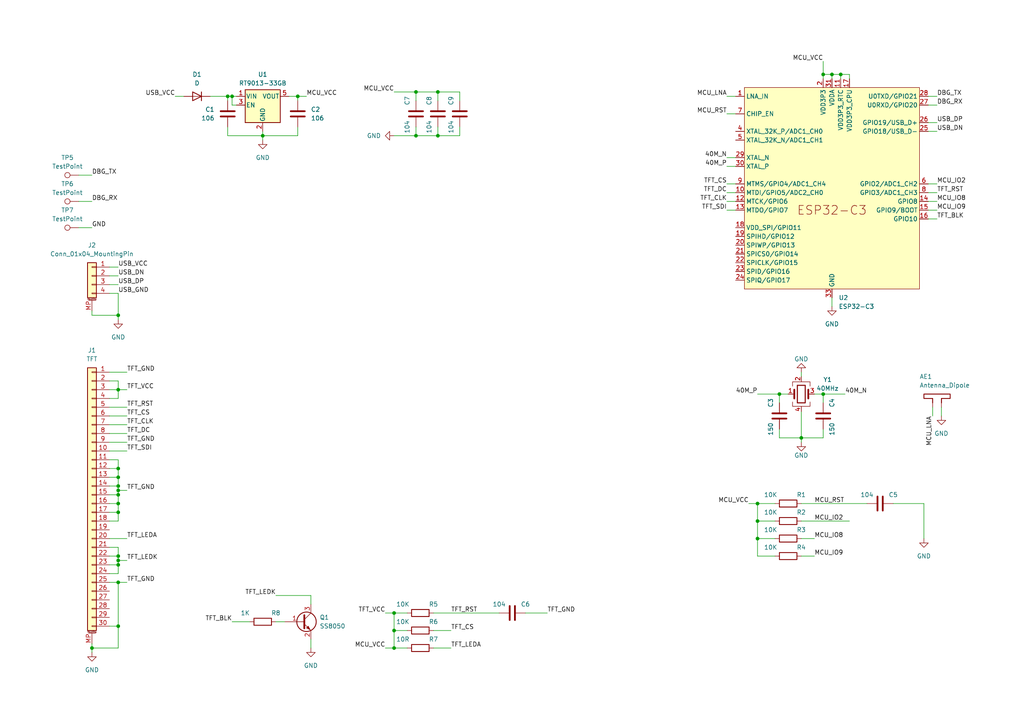
<source format=kicad_sch>
(kicad_sch (version 20230121) (generator eeschema)
  (paper "A4")
  (lib_symbols
    (symbol "Connector:TestPoint" (pin_numbers hide) (pin_names (offset 0.762) hide)
      (property "Reference" "TP" (at 0 6.858 0))
      (property "Value" "TestPoint" (at 0 5.08 0))
      (symbol "TestPoint_0_1"
        (circle (center 0 3.302) (radius 0.762))
      )
      (symbol "TestPoint_1_1"
        (pin passive line (at 0 0 90) (length 2.54) (name "1") (number "1"))
      )
    )
    (symbol "Connector_Generic_MountingPin:Conn_01x04_MountingPin" (pin_names (offset 1.016) hide)
      (property "Reference" "J" (at 0 5.08 0))
      (property "Value" "Conn_01x04_MountingPin" (at 1.27 -7.62 0))
      (symbol "Conn_01x04_MountingPin_1_1"
        (rectangle (start -1.27 -4.953) (end 0 -5.207) (stroke (width 0.1524)))
        (rectangle (start -1.27 -2.413) (end 0 -2.667) (stroke (width 0.1524)))
        (rectangle (start -1.27 0.127) (end 0 -0.127) (stroke (width 0.1524)))
        (rectangle (start -1.27 2.667) (end 0 2.413) (stroke (width 0.1524)))
        (rectangle (start -1.27 3.81) (end 1.27 -6.35) (stroke (width 0.254)) (fill (type background)))
        (polyline (pts (xy -1.016 -7.112) (xy 1.016 -7.112)) (stroke (width 0.1524)))
        (text "Mounting" (at 0 -6.731 0) (effects (font (size 0.381 0.381))))
        (pin passive line (at -5.08 2.54 0) (length 3.81) (name "Pin_1") (number "1"))
        (pin passive line (at -5.08 0 0) (length 3.81) (name "Pin_2") (number "2"))
        (pin passive line (at -5.08 -2.54 0) (length 3.81) (name "Pin_3") (number "3"))
        (pin passive line (at -5.08 -5.08 0) (length 3.81) (name "Pin_4") (number "4"))
        (pin passive line (at 0 -10.16 90) (length 3.048) (name "MountPin") (number "MP"))
      )
    )
    (symbol "Connector_Generic_MountingPin:Conn_01x30_MountingPin" (pin_names (offset 1.016) hide)
      (property "Reference" "J" (at 0 38.1 0))
      (property "Value" "Conn_01x30_MountingPin" (at 1.27 -40.64 0))
      (symbol "Conn_01x30_MountingPin_1_1"
        (rectangle (start -1.27 -37.973) (end 0 -38.227) (stroke (width 0.1524)))
        (rectangle (start -1.27 -35.433) (end 0 -35.687) (stroke (width 0.1524)))
        (rectangle (start -1.27 -32.893) (end 0 -33.147) (stroke (width 0.1524)))
        (rectangle (start -1.27 -30.353) (end 0 -30.607) (stroke (width 0.1524)))
        (rectangle (start -1.27 -27.813) (end 0 -28.067) (stroke (width 0.1524)))
        (rectangle (start -1.27 -25.273) (end 0 -25.527) (stroke (width 0.1524)))
        (rectangle (start -1.27 -22.733) (end 0 -22.987) (stroke (width 0.1524)))
        (rectangle (start -1.27 -20.193) (end 0 -20.447) (stroke (width 0.1524)))
        (rectangle (start -1.27 -17.653) (end 0 -17.907) (stroke (width 0.1524)))
        (rectangle (start -1.27 -15.113) (end 0 -15.367) (stroke (width 0.1524)))
        (rectangle (start -1.27 -12.573) (end 0 -12.827) (stroke (width 0.1524)))
        (rectangle (start -1.27 -10.033) (end 0 -10.287) (stroke (width 0.1524)))
        (rectangle (start -1.27 -7.493) (end 0 -7.747) (stroke (width 0.1524)))
        (rectangle (start -1.27 -4.953) (end 0 -5.207) (stroke (width 0.1524)))
        (rectangle (start -1.27 -2.413) (end 0 -2.667) (stroke (width 0.1524)))
        (rectangle (start -1.27 0.127) (end 0 -0.127) (stroke (width 0.1524)))
        (rectangle (start -1.27 2.667) (end 0 2.413) (stroke (width 0.1524)))
        (rectangle (start -1.27 5.207) (end 0 4.953) (stroke (width 0.1524)))
        (rectangle (start -1.27 7.747) (end 0 7.493) (stroke (width 0.1524)))
        (rectangle (start -1.27 10.287) (end 0 10.033) (stroke (width 0.1524)))
        (rectangle (start -1.27 12.827) (end 0 12.573) (stroke (width 0.1524)))
        (rectangle (start -1.27 15.367) (end 0 15.113) (stroke (width 0.1524)))
        (rectangle (start -1.27 17.907) (end 0 17.653) (stroke (width 0.1524)))
        (rectangle (start -1.27 20.447) (end 0 20.193) (stroke (width 0.1524)))
        (rectangle (start -1.27 22.987) (end 0 22.733) (stroke (width 0.1524)))
        (rectangle (start -1.27 25.527) (end 0 25.273) (stroke (width 0.1524)))
        (rectangle (start -1.27 28.067) (end 0 27.813) (stroke (width 0.1524)))
        (rectangle (start -1.27 30.607) (end 0 30.353) (stroke (width 0.1524)))
        (rectangle (start -1.27 33.147) (end 0 32.893) (stroke (width 0.1524)))
        (rectangle (start -1.27 35.687) (end 0 35.433) (stroke (width 0.1524)))
        (rectangle (start -1.27 36.83) (end 1.27 -39.37) (stroke (width 0.254)) (fill (type background)))
        (polyline (pts (xy -1.016 -40.132) (xy 1.016 -40.132)) (stroke (width 0.1524)))
        (text "Mounting" (at 0 -39.751 0) (effects (font (size 0.381 0.381))))
        (pin passive line (at -5.08 35.56 0) (length 3.81) (name "Pin_1") (number "1"))
        (pin passive line (at -5.08 12.7 0) (length 3.81) (name "Pin_10") (number "10"))
        (pin passive line (at -5.08 10.16 0) (length 3.81) (name "Pin_11") (number "11"))
        (pin passive line (at -5.08 7.62 0) (length 3.81) (name "Pin_12") (number "12"))
        (pin passive line (at -5.08 5.08 0) (length 3.81) (name "Pin_13") (number "13"))
        (pin passive line (at -5.08 2.54 0) (length 3.81) (name "Pin_14") (number "14"))
        (pin passive line (at -5.08 0 0) (length 3.81) (name "Pin_15") (number "15"))
        (pin passive line (at -5.08 -2.54 0) (length 3.81) (name "Pin_16") (number "16"))
        (pin passive line (at -5.08 -5.08 0) (length 3.81) (name "Pin_17") (number "17"))
        (pin passive line (at -5.08 -7.62 0) (length 3.81) (name "Pin_18") (number "18"))
        (pin passive line (at -5.08 -10.16 0) (length 3.81) (name "Pin_19") (number "19"))
        (pin passive line (at -5.08 33.02 0) (length 3.81) (name "Pin_2") (number "2"))
        (pin passive line (at -5.08 -12.7 0) (length 3.81) (name "Pin_20") (number "20"))
        (pin passive line (at -5.08 -15.24 0) (length 3.81) (name "Pin_21") (number "21"))
        (pin passive line (at -5.08 -17.78 0) (length 3.81) (name "Pin_22") (number "22"))
        (pin passive line (at -5.08 -20.32 0) (length 3.81) (name "Pin_23") (number "23"))
        (pin passive line (at -5.08 -22.86 0) (length 3.81) (name "Pin_24") (number "24"))
        (pin passive line (at -5.08 -25.4 0) (length 3.81) (name "Pin_25") (number "25"))
        (pin passive line (at -5.08 -27.94 0) (length 3.81) (name "Pin_26") (number "26"))
        (pin passive line (at -5.08 -30.48 0) (length 3.81) (name "Pin_27") (number "27"))
        (pin passive line (at -5.08 -33.02 0) (length 3.81) (name "Pin_28") (number "28"))
        (pin passive line (at -5.08 -35.56 0) (length 3.81) (name "Pin_29") (number "29"))
        (pin passive line (at -5.08 30.48 0) (length 3.81) (name "Pin_3") (number "3"))
        (pin passive line (at -5.08 -38.1 0) (length 3.81) (name "Pin_30") (number "30"))
        (pin passive line (at -5.08 27.94 0) (length 3.81) (name "Pin_4") (number "4"))
        (pin passive line (at -5.08 25.4 0) (length 3.81) (name "Pin_5") (number "5"))
        (pin passive line (at -5.08 22.86 0) (length 3.81) (name "Pin_6") (number "6"))
        (pin passive line (at -5.08 20.32 0) (length 3.81) (name "Pin_7") (number "7"))
        (pin passive line (at -5.08 17.78 0) (length 3.81) (name "Pin_8") (number "8"))
        (pin passive line (at -5.08 15.24 0) (length 3.81) (name "Pin_9") (number "9"))
        (pin passive line (at 0 -43.18 90) (length 3.048) (name "MountPin") (number "MP"))
      )
    )
    (symbol "Device:Antenna_Dipole" (pin_numbers hide) (pin_names (offset 1.016) hide)
      (property "Reference" "AE" (at 1.27 1.27 0))
      (property "Value" "Antenna_Dipole" (at 1.27 0 0))
      (symbol "Antenna_Dipole_0_1"
        (polyline (pts (xy 2.54 -3.81) (xy 2.54 -2.54) (xy 5.08 -2.54) (xy 5.08 -1.27) (xy -2.54 -1.27) (xy -2.54 -2.54) (xy 0 -2.54) (xy 0 -3.81)) (stroke (width 0.254)))
      )
      (symbol "Antenna_Dipole_1_1"
        (pin input line (at 0 -5.08 90) (length 2.54) (name "~") (number "1"))
        (pin input line (at 2.54 -5.08 90) (length 2.54) (name "~") (number "2"))
      )
    )
    (symbol "Device:C" (pin_numbers hide) (pin_names (offset 0.254))
      (property "Reference" "C" (at 0.635 2.54 0))
      (property "Value" "C" (at 0.635 -2.54 0))
      (symbol "C_0_1"
        (polyline (pts (xy -2.032 -0.762) (xy 2.032 -0.762)) (stroke (width 0.508)))
        (polyline (pts (xy -2.032 0.762) (xy 2.032 0.762)) (stroke (width 0.508)))
      )
      (symbol "C_1_1"
        (pin passive line (at 0 3.81 270) (length 2.794) (name "~") (number "1"))
        (pin passive line (at 0 -3.81 90) (length 2.794) (name "~") (number "2"))
      )
    )
    (symbol "Device:Crystal_GND24" (pin_names (offset 1.016) hide)
      (property "Reference" "Y" (at 3.175 5.08 0))
      (property "Value" "Crystal_GND24" (at 3.175 3.175 0))
      (symbol "Crystal_GND24_0_1"
        (rectangle (start -1.143 2.54) (end 1.143 -2.54) (stroke (width 0.3048)))
        (polyline (pts (xy -2.54 0) (xy -2.032 0)))
        (polyline (pts (xy -2.032 -1.27) (xy -2.032 1.27)) (stroke (width 0.508)))
        (polyline (pts (xy 0 -3.81) (xy 0 -3.556)))
        (polyline (pts (xy 0 3.556) (xy 0 3.81)))
        (polyline (pts (xy 2.032 -1.27) (xy 2.032 1.27)) (stroke (width 0.508)))
        (polyline (pts (xy 2.032 0) (xy 2.54 0)))
        (polyline (pts (xy -2.54 -2.286) (xy -2.54 -3.556) (xy 2.54 -3.556) (xy 2.54 -2.286)))
        (polyline (pts (xy -2.54 2.286) (xy -2.54 3.556) (xy 2.54 3.556) (xy 2.54 2.286)))
      )
      (symbol "Crystal_GND24_1_1"
        (pin passive line (at -3.81 0 0) (length 1.27) (name "1") (number "1"))
        (pin passive line (at 0 5.08 270) (length 1.27) (name "2") (number "2"))
        (pin passive line (at 3.81 0 180) (length 1.27) (name "3") (number "3"))
        (pin passive line (at 0 -5.08 90) (length 1.27) (name "4") (number "4"))
      )
    )
    (symbol "Device:D" (pin_numbers hide) (pin_names (offset 1.016) hide)
      (property "Reference" "D" (at 0 2.54 0))
      (property "Value" "D" (at 0 -2.54 0))
      (symbol "D_0_1"
        (polyline (pts (xy -1.27 1.27) (xy -1.27 -1.27)) (stroke (width 0.254)))
        (polyline (pts (xy 1.27 0) (xy -1.27 0)))
        (polyline (pts (xy 1.27 1.27) (xy 1.27 -1.27) (xy -1.27 0) (xy 1.27 1.27)) (stroke (width 0.254)))
      )
      (symbol "D_1_1"
        (pin passive line (at -3.81 0 0) (length 2.54) (name "K") (number "1"))
        (pin passive line (at 3.81 0 180) (length 2.54) (name "A") (number "2"))
      )
    )
    (symbol "Device:Q_NPN_BEC" (pin_names (offset 0) hide)
      (property "Reference" "Q" (at 5.08 1.27 0))
      (property "Value" "Q_NPN_BEC" (at 5.08 -1.27 0))
      (symbol "Q_NPN_BEC_0_1"
        (polyline (pts (xy 0.635 0.635) (xy 2.54 2.54)))
        (polyline (pts (xy 0.635 -0.635) (xy 2.54 -2.54) (xy 2.54 -2.54)))
        (polyline (pts (xy 0.635 1.905) (xy 0.635 -1.905) (xy 0.635 -1.905)) (stroke (width 0.508)))
        (polyline (pts (xy 1.27 -1.778) (xy 1.778 -1.27) (xy 2.286 -2.286) (xy 1.27 -1.778) (xy 1.27 -1.778)) (fill (type outline)))
        (circle (center 1.27 0) (radius 2.8194) (stroke (width 0.254)))
      )
      (symbol "Q_NPN_BEC_1_1"
        (pin input line (at -5.08 0 0) (length 5.715) (name "B") (number "1"))
        (pin passive line (at 2.54 -5.08 90) (length 2.54) (name "E") (number "2"))
        (pin passive line (at 2.54 5.08 270) (length 2.54) (name "C") (number "3"))
      )
    )
    (symbol "Device:R" (pin_numbers hide) (pin_names (offset 0))
      (property "Reference" "R" (at 2.032 0 90))
      (property "Value" "R" (at 0 0 90))
      (symbol "R_0_1"
        (rectangle (start -1.016 -2.54) (end 1.016 2.54) (stroke (width 0.254)))
      )
      (symbol "R_1_1"
        (pin passive line (at 0 3.81 270) (length 1.27) (name "~") (number "1"))
        (pin passive line (at 0 -3.81 90) (length 1.27) (name "~") (number "2"))
      )
    )
    (symbol "PCM_Espressif:ESP32-C3"
      (property "Reference" "U" (at -25.4 35.56 0))
      (property "Value" "ESP32-C3" (at -25.4 33.02 0))
      (symbol "ESP32-C3_0_0"
        (text "ESP32-C3" (at 0 -5.08 0) (effects (font (size 2.54 2.54))))
        (pin bidirectional line (at -27.94 27.94 0) (length 2.54) (name "LNA_IN") (number "1"))
        (pin bidirectional line (at -27.94 0 0) (length 2.54) (name "MTDI/GPIO5/ADC2_CH0") (number "10"))
        (pin power_in line (at 2.54 33.02 270) (length 2.54) (name "VDD3P3_RTC") (number "11"))
        (pin bidirectional line (at -27.94 -2.54 0) (length 2.54) (name "MTCK/GPIO6") (number "12"))
        (pin bidirectional line (at -27.94 -5.08 0) (length 2.54) (name "MTDO/GPIO7") (number "13"))
        (pin bidirectional line (at 27.94 -2.54 180) (length 2.54) (name "GPIO8") (number "14"))
        (pin bidirectional line (at 27.94 -5.08 180) (length 2.54) (name "GPIO9/BOOT") (number "15"))
        (pin bidirectional line (at 27.94 -7.62 180) (length 2.54) (name "GPIO10") (number "16"))
        (pin power_in line (at 5.08 33.02 270) (length 2.54) (name "VDD3P3_CPU") (number "17"))
        (pin bidirectional line (at -27.94 -10.16 0) (length 2.54) (name "VDD_SPI/GPIO11") (number "18"))
        (pin bidirectional line (at -27.94 -12.7 0) (length 2.54) (name "SPIHD/GPIO12") (number "19"))
        (pin power_in line (at -2.54 33.02 270) (length 2.54) (name "VDD3P3") (number "2"))
        (pin bidirectional line (at -27.94 -15.24 0) (length 2.54) (name "SPIWP/GPIO13") (number "20"))
        (pin bidirectional line (at -27.94 -17.78 0) (length 2.54) (name "SPICS0/GPIO14") (number "21"))
        (pin bidirectional line (at -27.94 -20.32 0) (length 2.54) (name "SPICLK/GPIO15") (number "22"))
        (pin bidirectional line (at -27.94 -22.86 0) (length 2.54) (name "SPID/GPIO16") (number "23"))
        (pin bidirectional line (at -27.94 -25.4 0) (length 2.54) (name "SPIQ/GPIO17") (number "24"))
        (pin bidirectional line (at 27.94 17.78 180) (length 2.54) (name "GPIO18/USB_D-") (number "25"))
        (pin bidirectional line (at 27.94 20.32 180) (length 2.54) (name "GPIO19/USB_D+") (number "26"))
        (pin bidirectional line (at 27.94 25.4 180) (length 2.54) (name "U0RXD/GPIO20") (number "27"))
        (pin bidirectional line (at 27.94 27.94 180) (length 2.54) (name "U0TXD/GPIO21") (number "28"))
        (pin output line (at -27.94 10.16 0) (length 2.54) (name "XTAL_N") (number "29"))
        (pin input line (at -27.94 7.62 0) (length 2.54) (name "XTAL_P") (number "30"))
        (pin power_in line (at 0 33.02 270) (length 2.54) (name "VDDA") (number "31"))
        (pin power_in line (at 0 -30.48 90) (length 2.54) (name "GND") (number "33"))
        (pin output line (at -27.94 17.78 0) (length 2.54) (name "XTAL_32K_P/ADC1_CH0") (number "4"))
        (pin input line (at -27.94 15.24 0) (length 2.54) (name "XTAL_32K_N/ADC1_CH1") (number "5"))
        (pin bidirectional line (at 27.94 2.54 180) (length 2.54) (name "GPIO2/ADC1_CH2") (number "6"))
        (pin input line (at -27.94 22.86 0) (length 2.54) (name "CHIP_EN") (number "7"))
        (pin bidirectional line (at 27.94 0 180) (length 2.54) (name "GPIO3/ADC1_CH3") (number "8"))
        (pin bidirectional line (at -27.94 2.54 0) (length 2.54) (name "MTMS/GPIO4/ADC1_CH4") (number "9"))
      )
      (symbol "ESP32-C3_0_1"
        (rectangle (start -25.4 30.48) (end 25.4 -27.94) (fill (type background)))
        (pin passive line (at -2.54 33.02 270) (length 2.54) hide (name "VDD3P3") (number "3"))
        (pin passive line (at 0 33.02 270) (length 2.54) hide (name "VDDA") (number "32"))
      )
    )
    (symbol "Regulator_Linear:AP2112K-3.3" (pin_names (offset 0.254))
      (property "Reference" "U" (at -5.08 5.715 0))
      (property "Value" "AP2112K-3.3" (at 0 5.715 0))
      (symbol "AP2112K-3.3_0_1"
        (rectangle (start -5.08 4.445) (end 5.08 -5.08) (stroke (width 0.254)) (fill (type background)))
      )
      (symbol "AP2112K-3.3_1_1"
        (pin power_in line (at -7.62 2.54 0) (length 2.54) (name "VIN") (number "1"))
        (pin power_in line (at 0 -7.62 90) (length 2.54) (name "GND") (number "2"))
        (pin input line (at -7.62 0 0) (length 2.54) (name "EN") (number "3"))
        (pin no_connect line (at 5.08 0 180) (length 2.54) hide (name "NC") (number "4"))
        (pin power_out line (at 7.62 2.54 180) (length 2.54) (name "VOUT") (number "5"))
      )
    )
    (symbol "power:GND" (power) (pin_names (offset 0))
      (property "Value" "GND" (at 0 -3.81 0))
      (symbol "GND_0_1"
        (polyline (pts (xy 0 0) (xy 0 -1.27) (xy 1.27 -1.27) (xy 0 -2.54) (xy -1.27 -1.27) (xy 0 -1.27)))
      )
      (symbol "GND_1_1"
        (pin power_in line (at 0 0 270) (length 0) hide (name "GND") (number "1"))
      )
    )
  )
  (junction (at 219.71 156.21))
  (junction (at 114.3 182.88))
  (junction (at 243.84 21.59))
  (junction (at 34.29 91.44))
  (junction (at 219.71 151.13))
  (junction (at 34.29 135.89))
  (junction (at 114.3 177.8))
  (junction (at 219.71 146.05))
  (junction (at 34.29 162.56))
  (junction (at 34.29 138.43))
  (junction (at 76.2 39.37))
  (junction (at 127 26.67))
  (junction (at 120.65 39.37))
  (junction (at 34.29 113.03))
  (junction (at 66.04 27.94))
  (junction (at 34.29 163.83))
  (junction (at 26.67 187.96))
  (junction (at 67.31 27.94))
  (junction (at 34.29 181.61))
  (junction (at 86.36 27.94))
  (junction (at 34.29 161.29))
  (junction (at 34.29 140.97))
  (junction (at 238.76 114.3))
  (junction (at 226.06 114.3))
  (junction (at 34.29 168.91))
  (junction (at 238.76 21.59))
  (junction (at 127 39.37))
  (junction (at 232.41 127))
  (junction (at 120.65 26.67))
  (junction (at 34.29 143.51))
  (junction (at 241.3 21.59))
  (junction (at 34.29 142.24))
  (junction (at 114.3 187.96))
  (junction (at 34.29 146.05))
  (junction (at 34.29 148.59))
  (wire (pts (xy 66.04 27.94) (xy 67.31 27.94)))
  (wire (pts (xy 114.3 177.8) (xy 114.3 182.88)))
  (wire (pts (xy 127 29.21) (xy 127 26.67)))
  (wire (pts (xy 269.24 63.5) (xy 271.78 63.5)))
  (wire (pts (xy 68.58 30.48) (xy 67.31 30.48)))
  (wire (pts (xy 243.84 21.59) (xy 246.38 21.59)))
  (wire (pts (xy 226.06 127) (xy 232.41 127)))
  (wire (pts (xy 152.4 177.8) (xy 158.75 177.8)))
  (wire (pts (xy 238.76 114.3) (xy 238.76 116.84)))
  (wire (pts (xy 125.73 182.88) (xy 130.81 182.88)))
  (wire (pts (xy 31.75 133.35) (xy 34.29 133.35)))
  (wire (pts (xy 219.71 146.05) (xy 224.79 146.05)))
  (wire (pts (xy 269.24 38.1) (xy 271.78 38.1)))
  (wire (pts (xy 26.67 90.17) (xy 26.67 91.44)))
  (wire (pts (xy 34.29 142.24) (xy 36.83 142.24)))
  (wire (pts (xy 111.76 177.8) (xy 114.3 177.8)))
  (wire (pts (xy 34.29 168.91) (xy 34.29 181.61)))
  (wire (pts (xy 34.29 146.05) (xy 34.29 148.59)))
  (wire (pts (xy 31.75 148.59) (xy 34.29 148.59)))
  (wire (pts (xy 127 39.37) (xy 133.35 39.37)))
  (wire (pts (xy 232.41 161.29) (xy 236.22 161.29)))
  (wire (pts (xy 26.67 187.96) (xy 26.67 189.23)))
  (wire (pts (xy 66.04 27.94) (xy 66.04 29.21)))
  (wire (pts (xy 114.3 187.96) (xy 118.11 187.96)))
  (wire (pts (xy 219.71 146.05) (xy 219.71 151.13)))
  (wire (pts (xy 31.75 161.29) (xy 34.29 161.29)))
  (wire (pts (xy 269.24 35.56) (xy 271.78 35.56)))
  (wire (pts (xy 31.75 168.91) (xy 34.29 168.91)))
  (wire (pts (xy 34.29 142.24) (xy 34.29 143.51)))
  (wire (pts (xy 31.75 77.47) (xy 34.29 77.47)))
  (wire (pts (xy 34.29 85.09) (xy 34.29 91.44)))
  (wire (pts (xy 31.75 82.55) (xy 34.29 82.55)))
  (wire (pts (xy 34.29 162.56) (xy 34.29 163.83)))
  (wire (pts (xy 210.82 60.96) (xy 213.36 60.96)))
  (wire (pts (xy 241.3 21.59) (xy 243.84 21.59)))
  (wire (pts (xy 34.29 133.35) (xy 34.29 135.89)))
  (wire (pts (xy 238.76 21.59) (xy 241.3 21.59)))
  (wire (pts (xy 31.75 166.37) (xy 34.29 166.37)))
  (wire (pts (xy 219.71 156.21) (xy 224.79 156.21)))
  (wire (pts (xy 22.86 58.42) (xy 26.67 58.42)))
  (wire (pts (xy 238.76 114.3) (xy 245.11 114.3)))
  (wire (pts (xy 127 39.37) (xy 120.65 39.37)))
  (wire (pts (xy 31.75 143.51) (xy 34.29 143.51)))
  (wire (pts (xy 31.75 85.09) (xy 34.29 85.09)))
  (wire (pts (xy 34.29 138.43) (xy 34.29 140.97)))
  (wire (pts (xy 127 36.83) (xy 127 39.37)))
  (wire (pts (xy 76.2 39.37) (xy 76.2 38.1)))
  (wire (pts (xy 67.31 27.94) (xy 67.31 30.48)))
  (wire (pts (xy 241.3 86.36) (xy 241.3 88.9)))
  (wire (pts (xy 60.96 27.94) (xy 66.04 27.94)))
  (wire (pts (xy 269.24 53.34) (xy 271.78 53.34)))
  (wire (pts (xy 232.41 127) (xy 232.41 128.27)))
  (wire (pts (xy 86.36 27.94) (xy 88.9 27.94)))
  (wire (pts (xy 22.86 66.04) (xy 26.67 66.04)))
  (wire (pts (xy 31.75 146.05) (xy 34.29 146.05)))
  (wire (pts (xy 269.24 30.48) (xy 271.78 30.48)))
  (wire (pts (xy 50.8 27.94) (xy 53.34 27.94)))
  (wire (pts (xy 232.41 146.05) (xy 251.46 146.05)))
  (wire (pts (xy 34.29 161.29) (xy 34.29 162.56)))
  (wire (pts (xy 125.73 177.8) (xy 144.78 177.8)))
  (wire (pts (xy 80.01 172.72) (xy 90.17 172.72)))
  (wire (pts (xy 66.04 36.83) (xy 66.04 39.37)))
  (wire (pts (xy 31.75 130.81) (xy 36.83 130.81)))
  (wire (pts (xy 34.29 163.83) (xy 34.29 166.37)))
  (wire (pts (xy 34.29 110.49) (xy 34.29 113.03)))
  (wire (pts (xy 219.71 161.29) (xy 224.79 161.29)))
  (wire (pts (xy 76.2 39.37) (xy 76.2 40.64)))
  (wire (pts (xy 34.29 168.91) (xy 36.83 168.91)))
  (wire (pts (xy 267.97 146.05) (xy 267.97 156.21)))
  (wire (pts (xy 210.82 27.94) (xy 213.36 27.94)))
  (wire (pts (xy 90.17 172.72) (xy 90.17 175.26)))
  (wire (pts (xy 114.3 26.67) (xy 120.65 26.67)))
  (wire (pts (xy 114.3 182.88) (xy 114.3 187.96)))
  (wire (pts (xy 34.29 91.44) (xy 34.29 92.71)))
  (wire (pts (xy 86.36 27.94) (xy 86.36 29.21)))
  (wire (pts (xy 238.76 22.86) (xy 238.76 21.59)))
  (wire (pts (xy 127 26.67) (xy 120.65 26.67)))
  (wire (pts (xy 243.84 21.59) (xy 243.84 22.86)))
  (wire (pts (xy 232.41 127) (xy 238.76 127)))
  (wire (pts (xy 31.75 140.97) (xy 34.29 140.97)))
  (wire (pts (xy 34.29 140.97) (xy 34.29 142.24)))
  (wire (pts (xy 273.05 118.11) (xy 273.05 120.65)))
  (wire (pts (xy 217.17 146.05) (xy 219.71 146.05)))
  (wire (pts (xy 67.31 27.94) (xy 68.58 27.94)))
  (wire (pts (xy 120.65 26.67) (xy 120.65 29.21)))
  (wire (pts (xy 232.41 151.13) (xy 246.38 151.13)))
  (wire (pts (xy 86.36 39.37) (xy 86.36 36.83)))
  (wire (pts (xy 34.29 158.75) (xy 34.29 161.29)))
  (wire (pts (xy 269.24 60.96) (xy 271.78 60.96)))
  (wire (pts (xy 34.29 151.13) (xy 31.75 151.13)))
  (wire (pts (xy 269.24 58.42) (xy 271.78 58.42)))
  (wire (pts (xy 31.75 156.21) (xy 36.83 156.21)))
  (wire (pts (xy 219.71 151.13) (xy 224.79 151.13)))
  (wire (pts (xy 26.67 91.44) (xy 34.29 91.44)))
  (wire (pts (xy 259.08 146.05) (xy 267.97 146.05)))
  (wire (pts (xy 31.75 123.19) (xy 36.83 123.19)))
  (wire (pts (xy 232.41 119.38) (xy 232.41 127)))
  (wire (pts (xy 31.75 120.65) (xy 36.83 120.65)))
  (wire (pts (xy 232.41 107.95) (xy 232.41 109.22)))
  (wire (pts (xy 34.29 113.03) (xy 34.29 115.57)))
  (wire (pts (xy 83.82 27.94) (xy 86.36 27.94)))
  (wire (pts (xy 34.29 181.61) (xy 31.75 181.61)))
  (wire (pts (xy 219.71 151.13) (xy 219.71 156.21)))
  (wire (pts (xy 31.75 115.57) (xy 34.29 115.57)))
  (wire (pts (xy 127 26.67) (xy 133.35 26.67)))
  (wire (pts (xy 34.29 187.96) (xy 34.29 181.61)))
  (wire (pts (xy 31.75 135.89) (xy 34.29 135.89)))
  (wire (pts (xy 226.06 114.3) (xy 226.06 116.84)))
  (wire (pts (xy 34.29 143.51) (xy 34.29 146.05)))
  (wire (pts (xy 31.75 80.01) (xy 34.29 80.01)))
  (wire (pts (xy 114.3 177.8) (xy 118.11 177.8)))
  (wire (pts (xy 269.24 27.94) (xy 271.78 27.94)))
  (wire (pts (xy 22.86 50.8) (xy 26.67 50.8)))
  (wire (pts (xy 111.76 187.96) (xy 114.3 187.96)))
  (wire (pts (xy 26.67 187.96) (xy 34.29 187.96)))
  (wire (pts (xy 114.3 182.88) (xy 118.11 182.88)))
  (wire (pts (xy 125.73 187.96) (xy 130.81 187.96)))
  (wire (pts (xy 120.65 36.83) (xy 120.65 39.37)))
  (wire (pts (xy 210.82 58.42) (xy 213.36 58.42)))
  (wire (pts (xy 246.38 21.59) (xy 246.38 22.86)))
  (wire (pts (xy 210.82 45.72) (xy 213.36 45.72)))
  (wire (pts (xy 269.24 55.88) (xy 271.78 55.88)))
  (wire (pts (xy 270.51 118.11) (xy 270.51 120.65)))
  (wire (pts (xy 31.75 128.27) (xy 36.83 128.27)))
  (wire (pts (xy 133.35 26.67) (xy 133.35 29.21)))
  (wire (pts (xy 226.06 124.46) (xy 226.06 127)))
  (wire (pts (xy 210.82 48.26) (xy 213.36 48.26)))
  (wire (pts (xy 34.29 113.03) (xy 36.83 113.03)))
  (wire (pts (xy 76.2 39.37) (xy 86.36 39.37)))
  (wire (pts (xy 31.75 158.75) (xy 34.29 158.75)))
  (wire (pts (xy 241.3 21.59) (xy 241.3 22.86)))
  (wire (pts (xy 31.75 138.43) (xy 34.29 138.43)))
  (wire (pts (xy 31.75 118.11) (xy 36.83 118.11)))
  (wire (pts (xy 238.76 127) (xy 238.76 124.46)))
  (wire (pts (xy 228.6 114.3) (xy 226.06 114.3)))
  (wire (pts (xy 31.75 163.83) (xy 34.29 163.83)))
  (wire (pts (xy 80.01 180.34) (xy 82.55 180.34)))
  (wire (pts (xy 219.71 114.3) (xy 226.06 114.3)))
  (wire (pts (xy 232.41 156.21) (xy 236.22 156.21)))
  (wire (pts (xy 66.04 39.37) (xy 76.2 39.37)))
  (wire (pts (xy 133.35 39.37) (xy 133.35 36.83)))
  (wire (pts (xy 31.75 125.73) (xy 36.83 125.73)))
  (wire (pts (xy 236.22 114.3) (xy 238.76 114.3)))
  (wire (pts (xy 34.29 135.89) (xy 34.29 138.43)))
  (wire (pts (xy 31.75 107.95) (xy 36.83 107.95)))
  (wire (pts (xy 26.67 186.69) (xy 26.67 187.96)))
  (wire (pts (xy 210.82 53.34) (xy 213.36 53.34)))
  (wire (pts (xy 238.76 17.78) (xy 238.76 21.59)))
  (wire (pts (xy 210.82 55.88) (xy 213.36 55.88)))
  (wire (pts (xy 90.17 187.96) (xy 90.17 185.42)))
  (wire (pts (xy 34.29 148.59) (xy 34.29 151.13)))
  (wire (pts (xy 67.31 180.34) (xy 72.39 180.34)))
  (wire (pts (xy 210.82 33.02) (xy 213.36 33.02)))
  (wire (pts (xy 34.29 162.56) (xy 36.83 162.56)))
  (wire (pts (xy 219.71 156.21) (xy 219.71 161.29)))
  (wire (pts (xy 114.3 39.37) (xy 120.65 39.37)))
  (wire (pts (xy 31.75 113.03) (xy 34.29 113.03)))
  (wire (pts (xy 31.75 110.49) (xy 34.29 110.49)))
  (label "TFT_LEDA" (at 36.83 156.21 0))
  (label "TFT_CS" (at 130.81 182.88 0))
  (label "MCU_VCC" (at 217.17 146.05 180))
  (label "TFT_CS" (at 36.83 120.65 0))
  (label "USB_VCC" (at 34.29 77.47 0))
  (label "TFT_RST" (at 36.83 118.11 0))
  (label "TFT_RST" (at 271.78 55.88 0))
  (label "DBG_TX" (at 26.67 50.8 0))
  (label "TFT_GND" (at 36.83 168.91 0))
  (label "TFT_RST" (at 130.81 177.8 0))
  (label "TFT_SDI" (at 36.83 130.81 0))
  (label "USB_DN" (at 271.78 38.1 0))
  (label "TFT_GND" (at 36.83 107.95 0))
  (label "TFT_GND" (at 158.75 177.8 0))
  (label "MCU_RST" (at 210.82 33.02 180))
  (label "40M_N" (at 245.11 114.3 0))
  (label "TFT_DC" (at 210.82 55.88 180))
  (label "MCU_LNA" (at 270.51 120.65 270))
  (label "TFT_GND" (at 36.83 142.24 0))
  (label "MCU_IO8" (at 236.22 156.21 0))
  (label "MCU_IO9" (at 236.22 161.29 0))
  (label "MCU_RST" (at 236.22 146.05 0))
  (label "TFT_LEDA" (at 130.81 187.96 0))
  (label "MCU_LNA" (at 210.82 27.94 180))
  (label "TFT_LEDK" (at 36.83 162.56 0))
  (label "TFT_CLK" (at 210.82 58.42 180))
  (label "TFT_CS" (at 210.82 53.34 180))
  (label "MCU_VCC" (at 238.76 17.78 180))
  (label "USB_DP" (at 34.29 82.55 0))
  (label "TFT_BLK" (at 67.31 180.34 180))
  (label "MCU_IO2" (at 236.22 151.13 0))
  (label "TFT_DC" (at 36.83 125.73 0))
  (label "USB_DN" (at 34.29 80.01 0))
  (label "TFT_BLK" (at 271.78 63.5 0))
  (label "40M_P" (at 210.82 48.26 180))
  (label "GND" (at 26.67 66.04 0))
  (label "TFT_SDI" (at 210.82 60.96 180))
  (label "USB_VCC" (at 50.8 27.94 180))
  (label "DBG_RX" (at 26.67 58.42 0))
  (label "USB_GND" (at 34.29 85.09 0))
  (label "TFT_VCC" (at 111.76 177.8 180))
  (label "MCU_VCC" (at 88.9 27.94 0))
  (label "DBG_RX" (at 271.78 30.48 0))
  (label "USB_DP" (at 271.78 35.56 0))
  (label "40M_N" (at 210.82 45.72 180))
  (label "MCU_VCC" (at 111.76 187.96 180))
  (label "TFT_GND" (at 36.83 128.27 0))
  (label "MCU_VCC" (at 114.3 26.67 180))
  (label "MCU_IO2" (at 271.78 53.34 0))
  (label "TFT_CLK" (at 36.83 123.19 0))
  (label "40M_P" (at 219.71 114.3 180))
  (label "TFT_VCC" (at 36.83 113.03 0))
  (label "DBG_TX" (at 271.78 27.94 0))
  (label "TFT_LEDK" (at 80.01 172.72 180))
  (label "MCU_IO8" (at 271.78 58.42 0))
  (label "MCU_IO9" (at 271.78 60.96 0))
  (symbol (lib_id "Device:C") (at 86.36 33.02 0) (mirror y) (unit 1)
    (property "Reference" "C2" (at 90.17 31.75 0) (effects (justify right)))
    (property "Value" "106" (at 90.17 34.29 0) (effects (justify right)))
    (property "Footprint" "Capacitor_SMD:C_0603_1608Metric" (effects hide))
  )
  (symbol (lib_id "Device:C") (at 238.76 120.65 0) (mirror x) (unit 1)
    (property "Reference" "C4" (at 241.3 116.84 90))
    (property "Value" "150" (at 241.3 124.46 90))
    (property "Footprint" "Capacitor_SMD:C_0402_1005Metric" (effects hide))
  )
  (symbol (lib_id "Device:R") (at 121.92 187.96 90) (unit 1)
    (property "Reference" "R7" (at 125.73 185.42 90))
    (property "Value" "10R" (at 116.84 185.42 90))
    (property "Footprint" "Resistor_SMD:R_0402_1005Metric" (effects hide))
  )
  (symbol (lib_id "Device:R") (at 76.2 180.34 90) (unit 1)
    (property "Reference" "R8" (at 80.01 177.8 90))
    (property "Value" "1K" (at 71.12 177.8 90))
    (property "Footprint" "Resistor_SMD:R_0402_1005Metric" (effects hide))
  )
  (symbol (lib_id "Device:C") (at 148.59 177.8 90) (unit 1)
    (property "Reference" "C6" (at 152.4 175.26 90))
    (property "Value" "104" (at 144.78 175.26 90))
    (property "Footprint" "Capacitor_SMD:C_0402_1005Metric" (effects hide))
  )
  (symbol (lib_id "Device:R") (at 228.6 156.21 90) (unit 1)
    (property "Reference" "R3" (at 232.41 153.67 90))
    (property "Value" "10K" (at 223.52 153.67 90))
    (property "Footprint" "Resistor_SMD:R_0402_1005Metric" (effects hide))
  )
  (symbol (lib_id "Device:R") (at 121.92 182.88 90) (unit 1)
    (property "Reference" "R6" (at 125.73 180.34 90))
    (property "Value" "10K" (at 116.84 180.34 90))
    (property "Footprint" "Resistor_SMD:R_0402_1005Metric" (effects hide))
  )
  (symbol (lib_id "Device:R") (at 121.92 177.8 90) (unit 1)
    (property "Reference" "R5" (at 125.73 175.26 90))
    (property "Value" "10K" (at 116.84 175.26 90))
    (property "Footprint" "Resistor_SMD:R_0402_1005Metric" (effects hide))
  )
  (symbol (lib_id "Device:C") (at 66.04 33.02 0) (unit 1)
    (property "Reference" "C1" (at 62.23 31.75 0) (effects (justify right)))
    (property "Value" "106" (at 62.23 34.29 0) (effects (justify right)))
    (property "Footprint" "Capacitor_SMD:C_0603_1608Metric" (effects hide))
  )
  (symbol (lib_id "Connector:TestPoint") (at 22.86 58.42 90) (unit 1)
    (property "Reference" "TP6" (at 19.558 53.34 90))
    (property "Value" "TestPoint" (at 19.558 55.88 90))
    (property "Footprint" "TestPoint:TestPoint_Pad_D1.0mm" (effects hide))
  )
  (symbol (lib_id "Device:R") (at 228.6 151.13 90) (unit 1)
    (property "Reference" "R2" (at 232.41 148.59 90))
    (property "Value" "10K" (at 223.52 148.59 90))
    (property "Footprint" "Resistor_SMD:R_0402_1005Metric" (effects hide))
  )
  (symbol (lib_id "power:GND") (at 90.17 187.96 0) (unit 1)
    (property "Reference" "#PWR010" (effects hide))
    (property "Value" "GND" (at 90.17 193.04 0))
  )
  (symbol (lib_id "Connector:TestPoint") (at 22.86 50.8 90) (unit 1)
    (property "Reference" "TP5" (at 19.558 45.72 90))
    (property "Value" "TestPoint" (at 19.558 48.26 90))
    (property "Footprint" "TestPoint:TestPoint_Pad_D1.0mm" (effects hide))
  )
  (symbol (lib_id "Device:C") (at 226.06 120.65 180) (unit 1)
    (property "Reference" "C3" (at 223.52 116.84 90))
    (property "Value" "150" (at 223.52 124.46 90))
    (property "Footprint" "Capacitor_SMD:C_0402_1005Metric" (effects hide))
  )
  (symbol (lib_id "power:GND") (at 114.3 39.37 270) (unit 1)
    (property "Reference" "#PWR09" (effects hide))
    (property "Value" "GND" (at 110.49 39.37 90) (effects (justify right)))
  )
  (symbol (lib_id "Device:R") (at 228.6 161.29 90) (unit 1)
    (property "Reference" "R4" (at 232.41 158.75 90))
    (property "Value" "10K" (at 223.52 158.75 90))
    (property "Footprint" "Resistor_SMD:R_0402_1005Metric" (effects hide))
  )
  (symbol (lib_id "power:GND") (at 273.05 120.65 0) (unit 1)
    (property "Reference" "#PWR04" (effects hide))
    (property "Value" "GND" (at 273.05 125.73 0))
  )
  (symbol (lib_id "Device:C") (at 127 33.02 180) (unit 1)
    (property "Reference" "C8" (at 124.46 29.21 90))
    (property "Value" "104" (at 124.46 36.83 90))
    (property "Footprint" "Capacitor_SMD:C_0402_1005Metric" (effects hide))
  )
  (symbol (lib_id "power:GND") (at 76.2 40.64 0) (unit 1)
    (property "Reference" "#PWR02" (effects hide))
    (property "Value" "GND" (at 76.2 45.72 0))
  )
  (symbol (lib_id "Device:Antenna_Dipole") (at 270.51 113.03 0) (unit 1)
    (property "Reference" "AE1" (at 266.7 109.22 0) (effects (justify left)))
    (property "Value" "Antenna_Dipole" (at 266.7 111.76 0) (effects (justify left)))
    (property "Footprint" "RF_Antenna:Texas_SWRA117D_2.4GHz_Left" (effects hide))
  )
  (symbol (lib_id "Connector:TestPoint") (at 22.86 66.04 90) (unit 1)
    (property "Reference" "TP7" (at 19.558 60.96 90))
    (property "Value" "TestPoint" (at 19.558 63.5 90))
    (property "Footprint" "TestPoint:TestPoint_Pad_D1.0mm" (effects hide))
  )
  (symbol (lib_id "Device:C") (at 255.27 146.05 90) (unit 1)
    (property "Reference" "C5" (at 259.08 143.51 90))
    (property "Value" "104" (at 251.46 143.51 90))
    (property "Footprint" "Capacitor_SMD:C_0402_1005Metric" (effects hide))
  )
  (symbol (lib_id "power:GND") (at 232.41 128.27 0) (unit 1)
    (property "Reference" "#PWR06" (effects hide))
    (property "Value" "GND" (at 232.41 132.08 0))
  )
  (symbol (lib_id "Device:D") (at 57.15 27.94 0) (mirror y) (unit 1)
    (property "Reference" "D1" (at 57.15 21.59 0))
    (property "Value" "D" (at 57.15 24.13 0))
    (property "Footprint" "Diode_SMD:D_SOD-123" (effects hide))
    (property "Sim.Device" "D" (effects hide))
    (property "Sim.Pins" "1=K 2=A" (effects hide))
  )
  (symbol (lib_id "Device:C") (at 133.35 33.02 180) (unit 1)
    (property "Reference" "C9" (at 130.81 29.21 90))
    (property "Value" "104" (at 130.81 36.83 90))
    (property "Footprint" "Capacitor_SMD:C_0402_1005Metric" (effects hide))
  )
  (symbol (lib_id "PCM_Espressif:ESP32-C3") (at 241.3 55.88 0) (unit 1)
    (property "Reference" "U2" (at 243.2559 86.36 0) (effects (justify left)))
    (property "Value" "ESP32-C3" (at 243.2559 88.9 0) (effects (justify left)))
    (property "Footprint" "Package_DFN_QFN:QFN-32-1EP_5x5mm_P0.5mm_EP3.45x3.45mm" (effects hide))
    (property "Datasheet" "https://www.espressif.com/sites/default/files/documentation/esp32-c3_datasheet_en.pdf" (effects hide))
  )
  (symbol (lib_id "Device:Q_NPN_BEC") (at 87.63 180.34 0) (unit 1)
    (property "Reference" "Q1" (at 92.71 179.07 0) (effects (justify left)))
    (property "Value" "SS8050" (at 92.71 181.61 0) (effects (justify left)))
    (property "Footprint" "Package_TO_SOT_SMD:SOT-23" (effects hide))
  )
  (symbol (lib_id "power:GND") (at 34.29 92.71 0) (unit 1)
    (property "Reference" "#PWR01" (effects hide))
    (property "Value" "GND" (at 34.29 97.79 0))
  )
  (symbol (lib_id "power:GND") (at 26.67 189.23 0) (unit 1)
    (property "Reference" "#PWR08" (effects hide))
    (property "Value" "GND" (at 26.67 194.31 0))
  )
  (symbol (lib_id "Device:Crystal_GND24") (at 232.41 114.3 0) (unit 1)
    (property "Reference" "Y1" (at 240.03 110.1091 0))
    (property "Value" "40MHz" (at 240.03 112.6491 0))
    (property "Footprint" "Crystal:Crystal_SMD_2016-4Pin_2.0x1.6mm" (effects hide))
  )
  (symbol (lib_id "Connector_Generic_MountingPin:Conn_01x04_MountingPin") (at 26.67 80.01 0) (mirror y) (unit 1)
    (property "Reference" "J2" (at 26.67 71.12 0))
    (property "Value" "Conn_01x04_MountingPin" (at 26.67 73.66 0))
    (property "Footprint" "Connector_JST:JST_PH_B4B-PH-SM4-TB_1x04-1MP_P2.00mm_Vertical" (effects hide))
  )
  (symbol (lib_id "Connector_Generic_MountingPin:Conn_01x30_MountingPin") (at 26.67 143.51 0) (mirror y) (unit 1)
    (property "Reference" "J1" (at 26.67 101.6 0))
    (property "Value" "TFT" (at 26.67 104.14 0))
    (property "Footprint" "Connector_FFC-FPC:Hirose_FH12-30S-0.5SH_1x30-1MP_P0.50mm_Horizontal" (effects hide))
  )
  (symbol (lib_id "power:GND") (at 241.3 88.9 0) (unit 1)
    (property "Reference" "#PWR03" (effects hide))
    (property "Value" "GND" (at 241.3 93.98 0))
  )
  (symbol (lib_id "power:GND") (at 232.41 107.95 180) (unit 1)
    (property "Reference" "#PWR07" (effects hide))
    (property "Value" "GND" (at 232.41 104.14 0))
  )
  (symbol (lib_id "power:GND") (at 267.97 156.21 0) (unit 1)
    (property "Reference" "#PWR05" (effects hide))
    (property "Value" "GND" (at 267.97 161.29 0))
  )
  (symbol (lib_id "Device:C") (at 120.65 33.02 180) (unit 1)
    (property "Reference" "C7" (at 118.11 29.21 90))
    (property "Value" "104" (at 118.11 36.83 90))
    (property "Footprint" "Capacitor_SMD:C_0402_1005Metric" (effects hide))
  )
  (symbol (lib_id "Regulator_Linear:AP2112K-3.3") (at 76.2 30.48 0) (unit 1)
    (property "Reference" "U1" (at 76.2 21.59 0))
    (property "Value" "RT9013-33GB" (at 76.2 24.13 0))
    (property "Footprint" "Package_TO_SOT_SMD:SOT-23-5" (effects hide))
    (property "Datasheet" "https://www.diodes.com/assets/Datasheets/AP2112.pdf" (effects hide))
  )
  (symbol (lib_id "Device:R") (at 228.6 146.05 90) (unit 1)
    (property "Reference" "R1" (at 232.41 143.51 90))
    (property "Value" "10K" (at 223.52 143.51 90))
    (property "Footprint" "Resistor_SMD:R_0402_1005Metric" (effects hide))
  )
)
</source>
